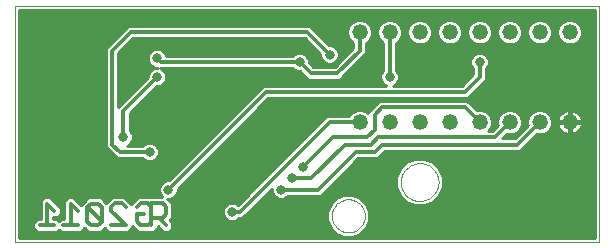
<source format=gbl>
G75*
G70*
%OFA0B0*%
%FSLAX24Y24*%
%IPPOS*%
%LPD*%
%AMOC8*
5,1,8,0,0,1.08239X$1,22.5*
%
%ADD10C,0.0000*%
%ADD11C,0.0520*%
%ADD12C,0.0120*%
%ADD13C,0.0100*%
%ADD14C,0.0317*%
D10*
X000282Y000282D02*
X000282Y008152D01*
X019774Y008152D01*
X019774Y000282D01*
X000282Y000282D01*
X010856Y001157D02*
X010858Y001204D01*
X010864Y001250D01*
X010874Y001296D01*
X010887Y001341D01*
X010905Y001384D01*
X010926Y001426D01*
X010950Y001466D01*
X010978Y001503D01*
X011009Y001538D01*
X011043Y001571D01*
X011079Y001600D01*
X011118Y001626D01*
X011159Y001649D01*
X011202Y001668D01*
X011246Y001684D01*
X011291Y001696D01*
X011337Y001704D01*
X011384Y001708D01*
X011430Y001708D01*
X011477Y001704D01*
X011523Y001696D01*
X011568Y001684D01*
X011612Y001668D01*
X011655Y001649D01*
X011696Y001626D01*
X011735Y001600D01*
X011771Y001571D01*
X011805Y001538D01*
X011836Y001503D01*
X011864Y001466D01*
X011888Y001426D01*
X011909Y001384D01*
X011927Y001341D01*
X011940Y001296D01*
X011950Y001250D01*
X011956Y001204D01*
X011958Y001157D01*
X011956Y001110D01*
X011950Y001064D01*
X011940Y001018D01*
X011927Y000973D01*
X011909Y000930D01*
X011888Y000888D01*
X011864Y000848D01*
X011836Y000811D01*
X011805Y000776D01*
X011771Y000743D01*
X011735Y000714D01*
X011696Y000688D01*
X011655Y000665D01*
X011612Y000646D01*
X011568Y000630D01*
X011523Y000618D01*
X011477Y000610D01*
X011430Y000606D01*
X011384Y000606D01*
X011337Y000610D01*
X011291Y000618D01*
X011246Y000630D01*
X011202Y000646D01*
X011159Y000665D01*
X011118Y000688D01*
X011079Y000714D01*
X011043Y000743D01*
X011009Y000776D01*
X010978Y000811D01*
X010950Y000848D01*
X010926Y000888D01*
X010905Y000930D01*
X010887Y000973D01*
X010874Y001018D01*
X010864Y001064D01*
X010858Y001110D01*
X010856Y001157D01*
X013152Y002282D02*
X013154Y002332D01*
X013160Y002382D01*
X013170Y002431D01*
X013184Y002479D01*
X013201Y002526D01*
X013222Y002571D01*
X013247Y002615D01*
X013275Y002656D01*
X013307Y002695D01*
X013341Y002732D01*
X013378Y002766D01*
X013418Y002796D01*
X013460Y002823D01*
X013504Y002847D01*
X013550Y002868D01*
X013597Y002884D01*
X013645Y002897D01*
X013695Y002906D01*
X013744Y002911D01*
X013795Y002912D01*
X013845Y002909D01*
X013894Y002902D01*
X013943Y002891D01*
X013991Y002876D01*
X014037Y002858D01*
X014082Y002836D01*
X014125Y002810D01*
X014166Y002781D01*
X014205Y002749D01*
X014241Y002714D01*
X014273Y002676D01*
X014303Y002636D01*
X014330Y002593D01*
X014353Y002549D01*
X014372Y002503D01*
X014388Y002455D01*
X014400Y002406D01*
X014408Y002357D01*
X014412Y002307D01*
X014412Y002257D01*
X014408Y002207D01*
X014400Y002158D01*
X014388Y002109D01*
X014372Y002061D01*
X014353Y002015D01*
X014330Y001971D01*
X014303Y001928D01*
X014273Y001888D01*
X014241Y001850D01*
X014205Y001815D01*
X014166Y001783D01*
X014125Y001754D01*
X014082Y001728D01*
X014037Y001706D01*
X013991Y001688D01*
X013943Y001673D01*
X013894Y001662D01*
X013845Y001655D01*
X013795Y001652D01*
X013744Y001653D01*
X013695Y001658D01*
X013645Y001667D01*
X013597Y001680D01*
X013550Y001696D01*
X013504Y001717D01*
X013460Y001741D01*
X013418Y001768D01*
X013378Y001798D01*
X013341Y001832D01*
X013307Y001869D01*
X013275Y001908D01*
X013247Y001949D01*
X013222Y001993D01*
X013201Y002038D01*
X013184Y002085D01*
X013170Y002133D01*
X013160Y002182D01*
X013154Y002232D01*
X013152Y002282D01*
D11*
X012782Y004282D03*
X011782Y004282D03*
X013782Y004282D03*
X014782Y004282D03*
X015782Y004282D03*
X016782Y004282D03*
X017782Y004282D03*
X018782Y004282D03*
X018782Y007282D03*
X017782Y007282D03*
X016782Y007282D03*
X015782Y007282D03*
X014782Y007282D03*
X013782Y007282D03*
X012782Y007282D03*
X011782Y007282D03*
D12*
X011782Y006657D01*
X011032Y005907D01*
X010157Y005907D01*
X009782Y006282D01*
X005157Y006282D01*
X005032Y006407D01*
X005032Y005782D02*
X003907Y004657D01*
X003907Y003782D01*
X003532Y003532D02*
X003782Y003282D01*
X004782Y003282D01*
X003532Y003532D02*
X003532Y006657D01*
X004157Y007282D01*
X010032Y007282D01*
X010782Y006532D01*
X012782Y005782D02*
X012782Y007282D01*
X015782Y006282D02*
X015782Y005782D01*
X015282Y005282D01*
X008657Y005282D01*
X005407Y002032D01*
X005212Y001582D02*
X004842Y001582D01*
X004842Y001092D01*
X005092Y001092D01*
X005332Y000842D01*
X004842Y000842D02*
X004842Y001092D01*
X004842Y001462D01*
X004722Y001582D01*
X004482Y001582D01*
X004362Y001462D01*
X003982Y001442D02*
X003852Y001572D01*
X003612Y001572D01*
X003492Y001452D01*
X003492Y001442D02*
X003492Y001322D01*
X003982Y000842D01*
X003492Y000842D01*
X003182Y000962D02*
X003062Y000842D01*
X002822Y000842D01*
X002702Y000962D01*
X002702Y001442D01*
X002822Y001562D01*
X003062Y001562D01*
X003182Y001442D01*
X003182Y000962D01*
X002712Y001442D01*
X002392Y001320D02*
X002150Y001562D01*
X002150Y001555D02*
X002150Y000850D01*
X001910Y000842D02*
X002395Y000842D01*
X001605Y000842D02*
X001120Y000842D01*
X001360Y000850D02*
X001360Y001555D01*
X001360Y001562D02*
X001602Y001320D01*
X004352Y001212D02*
X004352Y000972D01*
X004472Y000842D01*
X004722Y000842D01*
X004842Y000962D01*
X004842Y001092D01*
X005092Y001092D02*
X005212Y001092D01*
X005332Y001212D01*
X005332Y001462D01*
X005212Y001582D01*
X004602Y001212D02*
X004352Y001212D01*
X007532Y001282D02*
X007782Y001282D01*
X010782Y004282D01*
X011782Y004282D01*
X012032Y003782D02*
X012282Y004032D01*
X012282Y004532D01*
X012532Y004782D01*
X015282Y004782D01*
X015782Y004282D01*
X016282Y003782D02*
X016782Y004282D01*
X017032Y003532D02*
X017782Y004282D01*
X016282Y003782D02*
X012407Y003782D01*
X012157Y003532D01*
X011282Y003532D01*
X010157Y002407D01*
X009532Y002407D01*
X009157Y002032D02*
X010407Y002032D01*
X011657Y003282D01*
X012282Y003282D01*
X012532Y003532D01*
X017032Y003532D01*
X012032Y003782D02*
X010907Y003782D01*
X009907Y002782D01*
D13*
X009244Y003041D02*
X006713Y003041D01*
X006812Y003140D02*
X009343Y003140D01*
X009442Y003239D02*
X006910Y003239D01*
X007009Y003337D02*
X009540Y003337D01*
X009639Y003436D02*
X007108Y003436D01*
X007206Y003534D02*
X009737Y003534D01*
X009836Y003633D02*
X007305Y003633D01*
X007403Y003731D02*
X009934Y003731D01*
X010033Y003830D02*
X007502Y003830D01*
X007600Y003928D02*
X010131Y003928D01*
X010230Y004027D02*
X007699Y004027D01*
X007797Y004125D02*
X010328Y004125D01*
X010427Y004224D02*
X007896Y004224D01*
X007994Y004322D02*
X010526Y004322D01*
X010572Y004369D02*
X007727Y001524D01*
X007707Y001544D01*
X007594Y001591D01*
X007471Y001591D01*
X007357Y001544D01*
X007271Y001457D01*
X007224Y001344D01*
X007224Y001221D01*
X007271Y001107D01*
X007357Y001021D01*
X007471Y000974D01*
X007594Y000974D01*
X007707Y001021D01*
X007758Y001072D01*
X007869Y001072D01*
X008849Y002052D01*
X008849Y001971D01*
X008896Y001857D01*
X008982Y001771D01*
X009096Y001724D01*
X009219Y001724D01*
X009332Y001771D01*
X009383Y001822D01*
X010320Y001822D01*
X010494Y001822D01*
X011744Y003072D01*
X012195Y003072D01*
X012369Y003072D01*
X012619Y003322D01*
X016945Y003322D01*
X017119Y003322D01*
X017678Y003881D01*
X017701Y003872D01*
X017864Y003872D01*
X018014Y003935D01*
X018130Y004050D01*
X018192Y004201D01*
X018192Y004364D01*
X018130Y004514D01*
X018014Y004630D01*
X017864Y004692D01*
X017701Y004692D01*
X017550Y004630D01*
X017435Y004514D01*
X017372Y004364D01*
X017372Y004201D01*
X017381Y004178D01*
X016945Y003742D01*
X016539Y003742D01*
X016678Y003881D01*
X016701Y003872D01*
X016864Y003872D01*
X017014Y003935D01*
X017130Y004050D01*
X017192Y004201D01*
X017192Y004364D01*
X017130Y004514D01*
X017014Y004630D01*
X016864Y004692D01*
X016701Y004692D01*
X016550Y004630D01*
X016435Y004514D01*
X016372Y004364D01*
X016372Y004201D01*
X016381Y004178D01*
X016195Y003992D01*
X016072Y003992D01*
X016130Y004050D01*
X016192Y004201D01*
X016192Y004364D01*
X016130Y004514D01*
X016014Y004630D01*
X015864Y004692D01*
X015701Y004692D01*
X015678Y004683D01*
X015369Y004992D01*
X015195Y004992D01*
X012445Y004992D01*
X012322Y004869D01*
X012072Y004619D01*
X012072Y004572D01*
X012014Y004630D01*
X011864Y004692D01*
X011701Y004692D01*
X011550Y004630D01*
X011435Y004514D01*
X011425Y004492D01*
X010695Y004492D01*
X010572Y004369D01*
X010624Y004421D02*
X008093Y004421D01*
X008192Y004520D02*
X011440Y004520D01*
X011538Y004618D02*
X008290Y004618D01*
X008389Y004717D02*
X012170Y004717D01*
X012072Y004618D02*
X012026Y004618D01*
X012268Y004815D02*
X008487Y004815D01*
X008586Y004914D02*
X012367Y004914D01*
X012607Y005521D02*
X012677Y005492D01*
X008744Y005492D01*
X008570Y005492D01*
X005419Y002341D01*
X005346Y002341D01*
X005232Y002294D01*
X005146Y002207D01*
X005099Y002094D01*
X005099Y001971D01*
X005146Y001857D01*
X005211Y001792D01*
X005125Y001792D01*
X004809Y001792D01*
X004569Y001792D01*
X004395Y001792D01*
X004162Y001559D01*
X004062Y001659D01*
X003939Y001782D01*
X003699Y001782D01*
X003525Y001782D01*
X003332Y001589D01*
X003269Y001652D01*
X003149Y001772D01*
X002975Y001772D01*
X002735Y001772D01*
X002612Y001649D01*
X002492Y001529D01*
X002492Y001517D01*
X002237Y001772D01*
X002063Y001772D01*
X001940Y001649D01*
X001940Y001642D01*
X001940Y001642D01*
X001940Y001052D01*
X001823Y001052D01*
X001757Y000987D01*
X001692Y001052D01*
X001570Y001052D01*
X001570Y001110D01*
X001689Y001110D01*
X001812Y001233D01*
X001812Y001407D01*
X001447Y001772D01*
X001273Y001772D01*
X001150Y001649D01*
X001150Y001642D01*
X001150Y001642D01*
X001150Y001052D01*
X001033Y001052D01*
X000910Y000929D01*
X000910Y000755D01*
X001033Y000632D01*
X001692Y000632D01*
X001757Y000698D01*
X001823Y000632D01*
X002482Y000632D01*
X002605Y000755D01*
X002605Y000763D01*
X002615Y000752D01*
X002735Y000632D01*
X002909Y000632D01*
X002975Y000632D01*
X003149Y000632D01*
X003282Y000765D01*
X003282Y000755D01*
X003405Y000632D01*
X003896Y000632D01*
X003897Y000631D01*
X003982Y000632D01*
X004069Y000632D01*
X004070Y000633D01*
X004071Y000633D01*
X004131Y000694D01*
X004192Y000755D01*
X004192Y000756D01*
X004193Y000757D01*
X004192Y000835D01*
X004201Y000827D01*
X004262Y000760D01*
X004262Y000755D01*
X004321Y000696D01*
X004377Y000636D01*
X004382Y000636D01*
X004385Y000632D01*
X004468Y000632D01*
X004551Y000629D01*
X004554Y000632D01*
X004635Y000632D01*
X004755Y000632D01*
X004929Y000632D01*
X005052Y000755D01*
X005052Y000831D01*
X005241Y000634D01*
X005415Y000630D01*
X005540Y000751D01*
X005544Y000925D01*
X005445Y001028D01*
X005542Y001125D01*
X005542Y001299D01*
X005542Y001549D01*
X005419Y001672D01*
X005368Y001724D01*
X005469Y001724D01*
X005582Y001771D01*
X005669Y001857D01*
X005716Y001971D01*
X005716Y002044D01*
X008744Y005072D01*
X015369Y005072D01*
X015492Y005195D01*
X015992Y005695D01*
X015992Y005869D01*
X015992Y006056D01*
X016044Y006107D01*
X016091Y006221D01*
X016091Y006344D01*
X016044Y006457D01*
X015957Y006544D01*
X015844Y006591D01*
X015721Y006591D01*
X015607Y006544D01*
X015521Y006457D01*
X015474Y006344D01*
X015474Y006221D01*
X015521Y006107D01*
X015572Y006056D01*
X015572Y005869D01*
X015195Y005492D01*
X012888Y005492D01*
X012957Y005521D01*
X013044Y005607D01*
X013091Y005721D01*
X013091Y005844D01*
X013044Y005957D01*
X012992Y006008D01*
X012992Y006925D01*
X013014Y006935D01*
X013130Y007050D01*
X013192Y007201D01*
X013192Y007364D01*
X013130Y007514D01*
X013014Y007630D01*
X012864Y007692D01*
X012701Y007692D01*
X012550Y007630D01*
X012435Y007514D01*
X012372Y007364D01*
X012372Y007201D01*
X012435Y007050D01*
X012550Y006935D01*
X012572Y006925D01*
X012572Y006008D01*
X012521Y005957D01*
X012474Y005844D01*
X012474Y005721D01*
X012521Y005607D01*
X012607Y005521D01*
X012646Y005505D02*
X005169Y005505D01*
X005207Y005521D02*
X005294Y005607D01*
X005341Y005721D01*
X005341Y005844D01*
X005294Y005957D01*
X005207Y006044D01*
X005138Y006072D01*
X009556Y006072D01*
X009607Y006021D01*
X009721Y005974D01*
X009794Y005974D01*
X010070Y005697D01*
X010244Y005697D01*
X011119Y005697D01*
X011242Y005820D01*
X011992Y006570D01*
X011992Y006744D01*
X011992Y006925D01*
X012014Y006935D01*
X012130Y007050D01*
X012192Y007201D01*
X012192Y007364D01*
X012130Y007514D01*
X012014Y007630D01*
X011864Y007692D01*
X011701Y007692D01*
X011550Y007630D01*
X011435Y007514D01*
X011372Y007364D01*
X011372Y007201D01*
X011435Y007050D01*
X011550Y006935D01*
X011572Y006925D01*
X011572Y006744D01*
X010945Y006117D01*
X010244Y006117D01*
X010091Y006271D01*
X010091Y006344D01*
X010044Y006457D01*
X009957Y006544D01*
X009844Y006591D01*
X009721Y006591D01*
X009607Y006544D01*
X009556Y006492D01*
X005331Y006492D01*
X005294Y006582D01*
X005207Y006669D01*
X005094Y006716D01*
X004971Y006716D01*
X004857Y006669D01*
X004771Y006582D01*
X004724Y006469D01*
X004724Y006346D01*
X004771Y006232D01*
X004857Y006146D01*
X004971Y006099D01*
X005044Y006099D01*
X005052Y006091D01*
X004971Y006091D01*
X004857Y006044D01*
X004771Y005957D01*
X004724Y005844D01*
X004724Y005771D01*
X003742Y004789D01*
X003742Y006570D01*
X004244Y007072D01*
X009945Y007072D01*
X010474Y006544D01*
X010474Y006471D01*
X010521Y006357D01*
X010607Y006271D01*
X010721Y006224D01*
X010844Y006224D01*
X010957Y006271D01*
X011044Y006357D01*
X011091Y006471D01*
X011091Y006594D01*
X011044Y006707D01*
X010957Y006794D01*
X010844Y006841D01*
X010771Y006841D01*
X010242Y007369D01*
X010119Y007492D01*
X004244Y007492D01*
X004070Y007492D01*
X003322Y006744D01*
X003322Y006570D01*
X003322Y003619D01*
X003322Y003445D01*
X003695Y003072D01*
X003869Y003072D01*
X004556Y003072D01*
X004607Y003021D01*
X004721Y002974D01*
X004844Y002974D01*
X004957Y003021D01*
X005044Y003107D01*
X005091Y003221D01*
X005091Y003344D01*
X005044Y003457D01*
X004957Y003544D01*
X004844Y003591D01*
X004721Y003591D01*
X004607Y003544D01*
X004556Y003492D01*
X004013Y003492D01*
X004082Y003521D01*
X004169Y003607D01*
X004216Y003721D01*
X004216Y003844D01*
X004169Y003957D01*
X004117Y004008D01*
X004117Y004570D01*
X005021Y005474D01*
X005094Y005474D01*
X005207Y005521D01*
X005290Y005604D02*
X012525Y005604D01*
X012482Y005702D02*
X011124Y005702D01*
X011223Y005801D02*
X012474Y005801D01*
X012497Y005899D02*
X011321Y005899D01*
X011420Y005998D02*
X012562Y005998D01*
X012572Y006096D02*
X011518Y006096D01*
X011617Y006195D02*
X012572Y006195D01*
X012572Y006293D02*
X011715Y006293D01*
X011814Y006392D02*
X012572Y006392D01*
X012572Y006490D02*
X011912Y006490D01*
X011992Y006589D02*
X012572Y006589D01*
X012572Y006688D02*
X011992Y006688D01*
X011992Y006786D02*
X012572Y006786D01*
X012572Y006885D02*
X011992Y006885D01*
X012063Y006983D02*
X012501Y006983D01*
X012421Y007082D02*
X012143Y007082D01*
X012184Y007180D02*
X012381Y007180D01*
X012372Y007279D02*
X012192Y007279D01*
X012187Y007377D02*
X012378Y007377D01*
X012419Y007476D02*
X012146Y007476D01*
X012070Y007574D02*
X012495Y007574D01*
X012654Y007673D02*
X011910Y007673D01*
X011654Y007673D02*
X000432Y007673D01*
X000432Y007574D02*
X011495Y007574D01*
X011419Y007476D02*
X010135Y007476D01*
X010234Y007377D02*
X011378Y007377D01*
X011372Y007279D02*
X010333Y007279D01*
X010431Y007180D02*
X011381Y007180D01*
X011421Y007082D02*
X010530Y007082D01*
X010628Y006983D02*
X011501Y006983D01*
X011572Y006885D02*
X010727Y006885D01*
X010964Y006786D02*
X011572Y006786D01*
X011516Y006688D02*
X011052Y006688D01*
X011091Y006589D02*
X011417Y006589D01*
X011318Y006490D02*
X011091Y006490D01*
X011058Y006392D02*
X011220Y006392D01*
X011121Y006293D02*
X010979Y006293D01*
X011023Y006195D02*
X010167Y006195D01*
X010091Y006293D02*
X010585Y006293D01*
X010506Y006392D02*
X010071Y006392D01*
X010010Y006490D02*
X010474Y006490D01*
X010428Y006589D02*
X009847Y006589D01*
X009717Y006589D02*
X005287Y006589D01*
X005161Y006688D02*
X010330Y006688D01*
X010231Y006786D02*
X003958Y006786D01*
X003859Y006688D02*
X004903Y006688D01*
X004778Y006589D02*
X003761Y006589D01*
X003742Y006490D02*
X004733Y006490D01*
X004724Y006392D02*
X003742Y006392D01*
X003742Y006293D02*
X004746Y006293D01*
X004808Y006195D02*
X003742Y006195D01*
X003742Y006096D02*
X005046Y006096D01*
X005253Y005998D02*
X009663Y005998D01*
X009868Y005899D02*
X005318Y005899D01*
X005341Y005801D02*
X009967Y005801D01*
X010065Y005702D02*
X005333Y005702D01*
X004953Y005406D02*
X008484Y005406D01*
X008386Y005308D02*
X004855Y005308D01*
X004756Y005209D02*
X008287Y005209D01*
X008189Y005111D02*
X004658Y005111D01*
X004559Y005012D02*
X008090Y005012D01*
X007992Y004914D02*
X004461Y004914D01*
X004362Y004815D02*
X007893Y004815D01*
X007795Y004717D02*
X004264Y004717D01*
X004165Y004618D02*
X007696Y004618D01*
X007598Y004520D02*
X004117Y004520D01*
X004117Y004421D02*
X007499Y004421D01*
X007401Y004322D02*
X004117Y004322D01*
X004117Y004224D02*
X007302Y004224D01*
X007203Y004125D02*
X004117Y004125D01*
X004117Y004027D02*
X007105Y004027D01*
X007006Y003928D02*
X004180Y003928D01*
X004216Y003830D02*
X006908Y003830D01*
X006809Y003731D02*
X004216Y003731D01*
X004179Y003633D02*
X006711Y003633D01*
X006612Y003534D02*
X004966Y003534D01*
X005052Y003436D02*
X006514Y003436D01*
X006415Y003337D02*
X005091Y003337D01*
X005091Y003239D02*
X006317Y003239D01*
X006218Y003140D02*
X005057Y003140D01*
X004978Y003041D02*
X006119Y003041D01*
X006021Y002943D02*
X000432Y002943D01*
X000432Y002844D02*
X005922Y002844D01*
X005824Y002746D02*
X000432Y002746D01*
X000432Y002647D02*
X005725Y002647D01*
X005627Y002549D02*
X000432Y002549D01*
X000432Y002450D02*
X005528Y002450D01*
X005430Y002352D02*
X000432Y002352D01*
X000432Y002253D02*
X005192Y002253D01*
X005124Y002155D02*
X000432Y002155D01*
X000432Y002056D02*
X005099Y002056D01*
X005104Y001957D02*
X000432Y001957D01*
X000432Y001859D02*
X005145Y001859D01*
X005557Y001760D02*
X007963Y001760D01*
X007865Y001662D02*
X005430Y001662D01*
X005528Y001563D02*
X007405Y001563D01*
X007279Y001465D02*
X005542Y001465D01*
X005542Y001366D02*
X007233Y001366D01*
X007224Y001268D02*
X005542Y001268D01*
X005542Y001169D02*
X007245Y001169D01*
X007308Y001071D02*
X005487Y001071D01*
X005499Y000972D02*
X010725Y000972D01*
X010706Y001018D02*
X010813Y000760D01*
X011010Y000563D01*
X011268Y000456D01*
X011547Y000456D01*
X011804Y000563D01*
X012002Y000760D01*
X012108Y001018D01*
X012108Y001297D01*
X012002Y001554D01*
X011804Y001752D01*
X011547Y001858D01*
X011268Y001858D01*
X011010Y001752D01*
X010813Y001554D01*
X010706Y001297D01*
X010706Y001018D01*
X010706Y001071D02*
X007757Y001071D01*
X007966Y001169D02*
X010706Y001169D01*
X010706Y001268D02*
X008065Y001268D01*
X008163Y001366D02*
X010735Y001366D01*
X010776Y001465D02*
X008262Y001465D01*
X008360Y001563D02*
X010822Y001563D01*
X010920Y001662D02*
X008459Y001662D01*
X008557Y001760D02*
X009008Y001760D01*
X008895Y001859D02*
X008656Y001859D01*
X008754Y001957D02*
X008854Y001957D01*
X009307Y001760D02*
X011031Y001760D01*
X010531Y001859D02*
X013113Y001859D01*
X013121Y001840D02*
X013340Y001621D01*
X013627Y001502D01*
X013937Y001502D01*
X014224Y001621D01*
X014443Y001840D01*
X014562Y002127D01*
X014562Y002437D01*
X014443Y002724D01*
X014224Y002943D01*
X013937Y003062D01*
X013627Y003062D01*
X013340Y002943D01*
X011615Y002943D01*
X011516Y002844D02*
X013241Y002844D01*
X013143Y002746D02*
X011418Y002746D01*
X011319Y002647D02*
X013089Y002647D01*
X013121Y002724D02*
X013002Y002437D01*
X013002Y002127D01*
X013121Y001840D01*
X013201Y001760D02*
X011783Y001760D01*
X011894Y001662D02*
X013300Y001662D01*
X013480Y001563D02*
X011993Y001563D01*
X012039Y001465D02*
X019624Y001465D01*
X019624Y001563D02*
X014085Y001563D01*
X014265Y001662D02*
X019624Y001662D01*
X019624Y001760D02*
X014363Y001760D01*
X014451Y001859D02*
X019624Y001859D01*
X019624Y001957D02*
X014492Y001957D01*
X014533Y002056D02*
X019624Y002056D01*
X019624Y002155D02*
X014562Y002155D01*
X014562Y002253D02*
X019624Y002253D01*
X019624Y002352D02*
X014562Y002352D01*
X014557Y002450D02*
X019624Y002450D01*
X019624Y002549D02*
X014516Y002549D01*
X014475Y002647D02*
X019624Y002647D01*
X019624Y002746D02*
X014422Y002746D01*
X014323Y002844D02*
X019624Y002844D01*
X019624Y002943D02*
X014224Y002943D01*
X013987Y003041D02*
X019624Y003041D01*
X019624Y003140D02*
X012437Y003140D01*
X012535Y003239D02*
X019624Y003239D01*
X019624Y003337D02*
X017134Y003337D01*
X017233Y003436D02*
X019624Y003436D01*
X019624Y003534D02*
X017331Y003534D01*
X017430Y003633D02*
X019624Y003633D01*
X019624Y003731D02*
X017528Y003731D01*
X017627Y003830D02*
X019624Y003830D01*
X019624Y003928D02*
X018991Y003928D01*
X018997Y003932D02*
X019049Y003969D01*
X019095Y004015D01*
X019133Y004067D01*
X019162Y004125D01*
X019182Y004186D01*
X019192Y004250D01*
X019192Y004252D01*
X018812Y004252D01*
X018812Y003872D01*
X018814Y003872D01*
X018878Y003882D01*
X018940Y003902D01*
X018997Y003932D01*
X019103Y004027D02*
X019624Y004027D01*
X019624Y004125D02*
X019162Y004125D01*
X019188Y004224D02*
X019624Y004224D01*
X019624Y004322D02*
X019191Y004322D01*
X019192Y004314D02*
X019182Y004378D01*
X019162Y004440D01*
X019133Y004497D01*
X019095Y004549D01*
X019049Y004595D01*
X018997Y004633D01*
X018940Y004662D01*
X018878Y004682D01*
X018814Y004692D01*
X018812Y004692D01*
X018812Y004312D01*
X018752Y004312D01*
X018752Y004252D01*
X018372Y004252D01*
X018372Y004250D01*
X018382Y004186D01*
X018402Y004125D01*
X018432Y004067D01*
X018469Y004015D01*
X018515Y003969D01*
X018567Y003932D01*
X018625Y003902D01*
X018686Y003882D01*
X018750Y003872D01*
X018752Y003872D01*
X018752Y004252D01*
X018812Y004252D01*
X018812Y004312D01*
X019192Y004312D01*
X019192Y004314D01*
X019168Y004421D02*
X019624Y004421D01*
X019624Y004520D02*
X019117Y004520D01*
X019017Y004618D02*
X019624Y004618D01*
X019624Y004717D02*
X015645Y004717D01*
X015546Y004815D02*
X019624Y004815D01*
X019624Y004914D02*
X015448Y004914D01*
X015408Y005111D02*
X019624Y005111D01*
X019624Y005209D02*
X015506Y005209D01*
X015605Y005308D02*
X019624Y005308D01*
X019624Y005406D02*
X015703Y005406D01*
X015802Y005505D02*
X019624Y005505D01*
X019624Y005604D02*
X015901Y005604D01*
X015992Y005702D02*
X019624Y005702D01*
X019624Y005801D02*
X015992Y005801D01*
X015992Y005899D02*
X019624Y005899D01*
X019624Y005998D02*
X015992Y005998D01*
X016032Y006096D02*
X019624Y006096D01*
X019624Y006195D02*
X016080Y006195D01*
X016091Y006293D02*
X019624Y006293D01*
X019624Y006392D02*
X016071Y006392D01*
X016010Y006490D02*
X019624Y006490D01*
X019624Y006589D02*
X015847Y006589D01*
X015717Y006589D02*
X012992Y006589D01*
X012992Y006688D02*
X019624Y006688D01*
X019624Y006786D02*
X012992Y006786D01*
X012992Y006885D02*
X013671Y006885D01*
X013701Y006872D02*
X013864Y006872D01*
X014014Y006935D01*
X014130Y007050D01*
X014192Y007201D01*
X014192Y007364D01*
X014130Y007514D01*
X014014Y007630D01*
X013864Y007692D01*
X013701Y007692D01*
X013550Y007630D01*
X013435Y007514D01*
X013372Y007364D01*
X013372Y007201D01*
X013435Y007050D01*
X013550Y006935D01*
X013701Y006872D01*
X013894Y006885D02*
X014671Y006885D01*
X014701Y006872D02*
X014864Y006872D01*
X015014Y006935D01*
X015130Y007050D01*
X015192Y007201D01*
X015192Y007364D01*
X015130Y007514D01*
X015014Y007630D01*
X014864Y007692D01*
X014701Y007692D01*
X014550Y007630D01*
X014435Y007514D01*
X014372Y007364D01*
X014372Y007201D01*
X014435Y007050D01*
X014550Y006935D01*
X014701Y006872D01*
X014894Y006885D02*
X015671Y006885D01*
X015701Y006872D02*
X015864Y006872D01*
X016014Y006935D01*
X016130Y007050D01*
X016192Y007201D01*
X016192Y007364D01*
X016130Y007514D01*
X016014Y007630D01*
X015864Y007692D01*
X015701Y007692D01*
X015550Y007630D01*
X015435Y007514D01*
X015372Y007364D01*
X015372Y007201D01*
X015435Y007050D01*
X015550Y006935D01*
X015701Y006872D01*
X015894Y006885D02*
X016671Y006885D01*
X016701Y006872D02*
X016864Y006872D01*
X017014Y006935D01*
X017130Y007050D01*
X017192Y007201D01*
X017192Y007364D01*
X017130Y007514D01*
X017014Y007630D01*
X016864Y007692D01*
X016701Y007692D01*
X016550Y007630D01*
X016435Y007514D01*
X016372Y007364D01*
X016372Y007201D01*
X016435Y007050D01*
X016550Y006935D01*
X016701Y006872D01*
X016894Y006885D02*
X017671Y006885D01*
X017701Y006872D02*
X017864Y006872D01*
X018014Y006935D01*
X018130Y007050D01*
X018192Y007201D01*
X018192Y007364D01*
X018130Y007514D01*
X018014Y007630D01*
X017864Y007692D01*
X017701Y007692D01*
X017550Y007630D01*
X017435Y007514D01*
X017372Y007364D01*
X017372Y007201D01*
X017435Y007050D01*
X017550Y006935D01*
X017701Y006872D01*
X017894Y006885D02*
X018671Y006885D01*
X018701Y006872D02*
X018864Y006872D01*
X019014Y006935D01*
X019130Y007050D01*
X019192Y007201D01*
X019192Y007364D01*
X019130Y007514D01*
X019014Y007630D01*
X018864Y007692D01*
X018701Y007692D01*
X018550Y007630D01*
X018435Y007514D01*
X018372Y007364D01*
X018372Y007201D01*
X018435Y007050D01*
X018550Y006935D01*
X018701Y006872D01*
X018894Y006885D02*
X019624Y006885D01*
X019624Y006983D02*
X019063Y006983D01*
X019143Y007082D02*
X019624Y007082D01*
X019624Y007180D02*
X019184Y007180D01*
X019192Y007279D02*
X019624Y007279D01*
X019624Y007377D02*
X019187Y007377D01*
X019146Y007476D02*
X019624Y007476D01*
X019624Y007574D02*
X019070Y007574D01*
X018910Y007673D02*
X019624Y007673D01*
X019624Y007771D02*
X000432Y007771D01*
X000432Y007870D02*
X019624Y007870D01*
X019624Y007969D02*
X000432Y007969D01*
X000432Y008002D02*
X019624Y008002D01*
X019624Y000432D01*
X000432Y000432D01*
X000432Y008002D01*
X000432Y007476D02*
X004054Y007476D01*
X003955Y007377D02*
X000432Y007377D01*
X000432Y007279D02*
X003857Y007279D01*
X003758Y007180D02*
X000432Y007180D01*
X000432Y007082D02*
X003660Y007082D01*
X003561Y006983D02*
X000432Y006983D01*
X000432Y006885D02*
X003463Y006885D01*
X003364Y006786D02*
X000432Y006786D01*
X000432Y006688D02*
X003322Y006688D01*
X003322Y006589D02*
X000432Y006589D01*
X000432Y006490D02*
X003322Y006490D01*
X003322Y006392D02*
X000432Y006392D01*
X000432Y006293D02*
X003322Y006293D01*
X003322Y006195D02*
X000432Y006195D01*
X000432Y006096D02*
X003322Y006096D01*
X003322Y005998D02*
X000432Y005998D01*
X000432Y005899D02*
X003322Y005899D01*
X003322Y005801D02*
X000432Y005801D01*
X000432Y005702D02*
X003322Y005702D01*
X003322Y005604D02*
X000432Y005604D01*
X000432Y005505D02*
X003322Y005505D01*
X003322Y005406D02*
X000432Y005406D01*
X000432Y005308D02*
X003322Y005308D01*
X003322Y005209D02*
X000432Y005209D01*
X000432Y005111D02*
X003322Y005111D01*
X003322Y005012D02*
X000432Y005012D01*
X000432Y004914D02*
X003322Y004914D01*
X003322Y004815D02*
X000432Y004815D01*
X000432Y004717D02*
X003322Y004717D01*
X003322Y004618D02*
X000432Y004618D01*
X000432Y004520D02*
X003322Y004520D01*
X003322Y004421D02*
X000432Y004421D01*
X000432Y004322D02*
X003322Y004322D01*
X003322Y004224D02*
X000432Y004224D01*
X000432Y004125D02*
X003322Y004125D01*
X003322Y004027D02*
X000432Y004027D01*
X000432Y003928D02*
X003322Y003928D01*
X003322Y003830D02*
X000432Y003830D01*
X000432Y003731D02*
X003322Y003731D01*
X003322Y003633D02*
X000432Y003633D01*
X000432Y003534D02*
X003322Y003534D01*
X003332Y003436D02*
X000432Y003436D01*
X000432Y003337D02*
X003430Y003337D01*
X003529Y003239D02*
X000432Y003239D01*
X000432Y003140D02*
X003627Y003140D01*
X004095Y003534D02*
X004598Y003534D01*
X004587Y003041D02*
X000432Y003041D01*
X000432Y001760D02*
X001261Y001760D01*
X001162Y001662D02*
X000432Y001662D01*
X000432Y001563D02*
X001150Y001563D01*
X001150Y001465D02*
X000432Y001465D01*
X000432Y001366D02*
X001150Y001366D01*
X001150Y001268D02*
X000432Y001268D01*
X000432Y001169D02*
X001150Y001169D01*
X001150Y001071D02*
X000432Y001071D01*
X000432Y000972D02*
X000953Y000972D01*
X000910Y000873D02*
X000432Y000873D01*
X000432Y000775D02*
X000910Y000775D01*
X000989Y000676D02*
X000432Y000676D01*
X000432Y000578D02*
X010995Y000578D01*
X011211Y000479D02*
X000432Y000479D01*
X001736Y000676D02*
X001779Y000676D01*
X001940Y001071D02*
X001570Y001071D01*
X001749Y001169D02*
X001940Y001169D01*
X001940Y001268D02*
X001812Y001268D01*
X001812Y001366D02*
X001940Y001366D01*
X001940Y001465D02*
X001754Y001465D01*
X001656Y001563D02*
X001940Y001563D01*
X001952Y001662D02*
X001557Y001662D01*
X001459Y001760D02*
X002051Y001760D01*
X002249Y001760D02*
X002723Y001760D01*
X002625Y001662D02*
X002347Y001662D01*
X002446Y001563D02*
X002526Y001563D01*
X003161Y001760D02*
X003503Y001760D01*
X003405Y001662D02*
X003260Y001662D01*
X003961Y001760D02*
X004363Y001760D01*
X004265Y001662D02*
X004060Y001662D01*
X004158Y001563D02*
X004166Y001563D01*
X005669Y001859D02*
X008062Y001859D01*
X008161Y001957D02*
X005710Y001957D01*
X005728Y002056D02*
X008259Y002056D01*
X008358Y002155D02*
X005826Y002155D01*
X005925Y002253D02*
X008456Y002253D01*
X008555Y002352D02*
X006024Y002352D01*
X006122Y002450D02*
X008653Y002450D01*
X008752Y002549D02*
X006221Y002549D01*
X006319Y002647D02*
X008850Y002647D01*
X008949Y002746D02*
X006418Y002746D01*
X006516Y002844D02*
X009047Y002844D01*
X009146Y002943D02*
X006615Y002943D01*
X007659Y001563D02*
X007766Y001563D01*
X005543Y000873D02*
X010766Y000873D01*
X010807Y000775D02*
X005541Y000775D01*
X005463Y000676D02*
X010896Y000676D01*
X011603Y000479D02*
X019624Y000479D01*
X019624Y000578D02*
X011819Y000578D01*
X011918Y000676D02*
X019624Y000676D01*
X019624Y000775D02*
X012008Y000775D01*
X012049Y000873D02*
X019624Y000873D01*
X019624Y000972D02*
X012089Y000972D01*
X012108Y001071D02*
X019624Y001071D01*
X019624Y001169D02*
X012108Y001169D01*
X012108Y001268D02*
X019624Y001268D01*
X019624Y001366D02*
X012080Y001366D01*
X013073Y001957D02*
X010629Y001957D01*
X010728Y002056D02*
X013032Y002056D01*
X013002Y002155D02*
X010826Y002155D01*
X010925Y002253D02*
X013002Y002253D01*
X013002Y002352D02*
X011024Y002352D01*
X011122Y002450D02*
X013008Y002450D01*
X013048Y002549D02*
X011221Y002549D01*
X011713Y003041D02*
X013577Y003041D01*
X013340Y002943D02*
X013121Y002724D01*
X016107Y004027D02*
X016230Y004027D01*
X016161Y004125D02*
X016328Y004125D01*
X016372Y004224D02*
X016192Y004224D01*
X016192Y004322D02*
X016372Y004322D01*
X016396Y004421D02*
X016168Y004421D01*
X016125Y004520D02*
X016440Y004520D01*
X016538Y004618D02*
X016026Y004618D01*
X017026Y004618D02*
X017538Y004618D01*
X017440Y004520D02*
X017125Y004520D01*
X017168Y004421D02*
X017396Y004421D01*
X017372Y004322D02*
X017192Y004322D01*
X017192Y004224D02*
X017372Y004224D01*
X017328Y004125D02*
X017161Y004125D01*
X017107Y004027D02*
X017230Y004027D01*
X017131Y003928D02*
X016999Y003928D01*
X017033Y003830D02*
X016627Y003830D01*
X017999Y003928D02*
X018574Y003928D01*
X018461Y004027D02*
X018107Y004027D01*
X018161Y004125D02*
X018402Y004125D01*
X018376Y004224D02*
X018192Y004224D01*
X018192Y004322D02*
X018374Y004322D01*
X018372Y004314D02*
X018372Y004312D01*
X018752Y004312D01*
X018752Y004692D01*
X018750Y004692D01*
X018686Y004682D01*
X018625Y004662D01*
X018567Y004633D01*
X018515Y004595D01*
X018469Y004549D01*
X018432Y004497D01*
X018402Y004440D01*
X018382Y004378D01*
X018372Y004314D01*
X018396Y004421D02*
X018168Y004421D01*
X018125Y004520D02*
X018448Y004520D01*
X018547Y004618D02*
X018026Y004618D01*
X018752Y004618D02*
X018812Y004618D01*
X018812Y004520D02*
X018752Y004520D01*
X018752Y004421D02*
X018812Y004421D01*
X018812Y004322D02*
X018752Y004322D01*
X018752Y004224D02*
X018812Y004224D01*
X018812Y004125D02*
X018752Y004125D01*
X018752Y004027D02*
X018812Y004027D01*
X018812Y003928D02*
X018752Y003928D01*
X019624Y005012D02*
X008684Y005012D01*
X004812Y005998D02*
X003742Y005998D01*
X003742Y005899D02*
X004747Y005899D01*
X004724Y005801D02*
X003742Y005801D01*
X003742Y005702D02*
X004655Y005702D01*
X004557Y005604D02*
X003742Y005604D01*
X003742Y005505D02*
X004458Y005505D01*
X004360Y005406D02*
X003742Y005406D01*
X003742Y005308D02*
X004261Y005308D01*
X004162Y005209D02*
X003742Y005209D01*
X003742Y005111D02*
X004064Y005111D01*
X003965Y005012D02*
X003742Y005012D01*
X003742Y004914D02*
X003867Y004914D01*
X003768Y004815D02*
X003742Y004815D01*
X004057Y006885D02*
X010133Y006885D01*
X010034Y006983D02*
X004155Y006983D01*
X012910Y007673D02*
X013654Y007673D01*
X013495Y007574D02*
X013070Y007574D01*
X013146Y007476D02*
X013419Y007476D01*
X013378Y007377D02*
X013187Y007377D01*
X013192Y007279D02*
X013372Y007279D01*
X013381Y007180D02*
X013184Y007180D01*
X013143Y007082D02*
X013421Y007082D01*
X013501Y006983D02*
X013063Y006983D01*
X014063Y006983D02*
X014501Y006983D01*
X014421Y007082D02*
X014143Y007082D01*
X014184Y007180D02*
X014381Y007180D01*
X014372Y007279D02*
X014192Y007279D01*
X014187Y007377D02*
X014378Y007377D01*
X014419Y007476D02*
X014146Y007476D01*
X014070Y007574D02*
X014495Y007574D01*
X014654Y007673D02*
X013910Y007673D01*
X014910Y007673D02*
X015654Y007673D01*
X015495Y007574D02*
X015070Y007574D01*
X015146Y007476D02*
X015419Y007476D01*
X015378Y007377D02*
X015187Y007377D01*
X015192Y007279D02*
X015372Y007279D01*
X015381Y007180D02*
X015184Y007180D01*
X015143Y007082D02*
X015421Y007082D01*
X015501Y006983D02*
X015063Y006983D01*
X016063Y006983D02*
X016501Y006983D01*
X016421Y007082D02*
X016143Y007082D01*
X016184Y007180D02*
X016381Y007180D01*
X016372Y007279D02*
X016192Y007279D01*
X016187Y007377D02*
X016378Y007377D01*
X016419Y007476D02*
X016146Y007476D01*
X016070Y007574D02*
X016495Y007574D01*
X016654Y007673D02*
X015910Y007673D01*
X016910Y007673D02*
X017654Y007673D01*
X017495Y007574D02*
X017070Y007574D01*
X017146Y007476D02*
X017419Y007476D01*
X017378Y007377D02*
X017187Y007377D01*
X017192Y007279D02*
X017372Y007279D01*
X017381Y007180D02*
X017184Y007180D01*
X017143Y007082D02*
X017421Y007082D01*
X017501Y006983D02*
X017063Y006983D01*
X018063Y006983D02*
X018501Y006983D01*
X018421Y007082D02*
X018143Y007082D01*
X018184Y007180D02*
X018381Y007180D01*
X018372Y007279D02*
X018192Y007279D01*
X018187Y007377D02*
X018378Y007377D01*
X018419Y007476D02*
X018146Y007476D01*
X018070Y007574D02*
X018495Y007574D01*
X018654Y007673D02*
X017910Y007673D01*
X015554Y006490D02*
X012992Y006490D01*
X012992Y006392D02*
X015494Y006392D01*
X015474Y006293D02*
X012992Y006293D01*
X012992Y006195D02*
X015485Y006195D01*
X015532Y006096D02*
X012992Y006096D01*
X013003Y005998D02*
X015572Y005998D01*
X015572Y005899D02*
X013068Y005899D01*
X013091Y005801D02*
X015504Y005801D01*
X015405Y005702D02*
X013083Y005702D01*
X013040Y005604D02*
X015307Y005604D01*
X015208Y005505D02*
X012919Y005505D01*
X005106Y000775D02*
X005052Y000775D01*
X004973Y000676D02*
X005200Y000676D01*
X004339Y000676D02*
X004114Y000676D01*
X004193Y000775D02*
X004249Y000775D01*
X003361Y000676D02*
X003193Y000676D01*
X002691Y000676D02*
X002526Y000676D01*
D14*
X005407Y002032D03*
X007532Y001282D03*
X009157Y002032D03*
X009532Y002407D03*
X009907Y002782D03*
X004782Y003282D03*
X003907Y003782D03*
X001282Y003782D03*
X001282Y004782D03*
X005032Y005782D03*
X005032Y006407D03*
X004907Y007657D03*
X008282Y005782D03*
X009782Y006282D03*
X010782Y006532D03*
X012782Y005782D03*
X015782Y006282D03*
M02*

</source>
